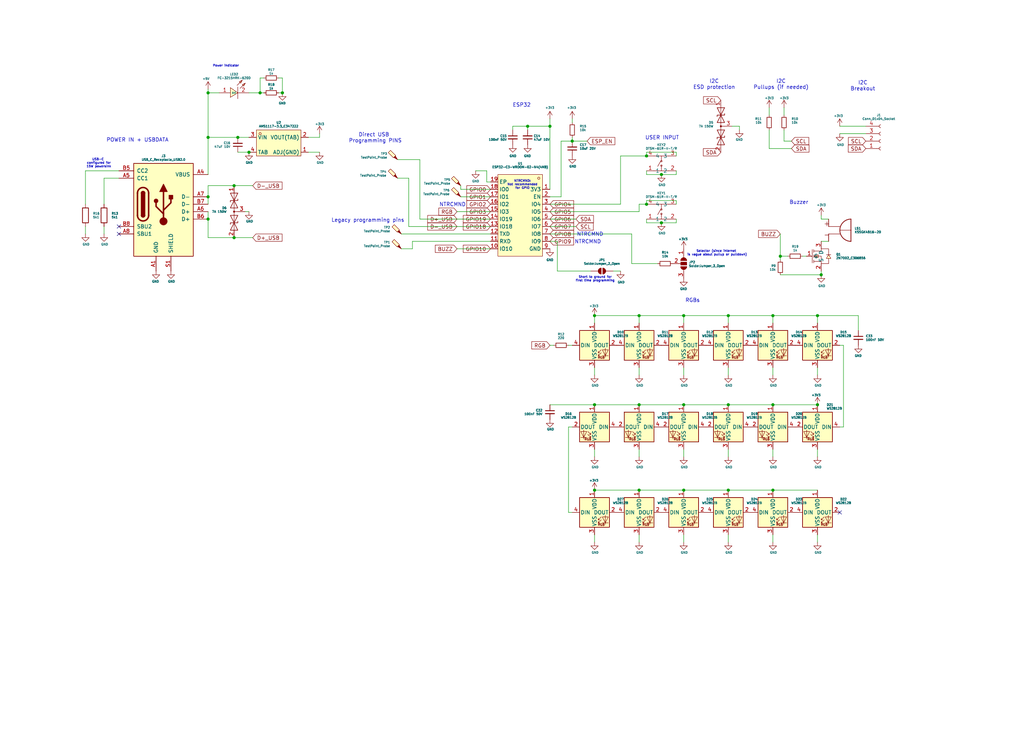
<source format=kicad_sch>
(kicad_sch (version 20250114) (generator "eeschema") (generator_version "9.0")
  (paper "User" 350 250)
  (title_block (title "BirthdayCard") (date "2025-03-31") (rev "V1") (comment 1 "Casper R. Tak"))
  (text "NTRCMND" (at 154.686 70.104 0) (effects (font (size 1.27 1.27))))
  (text "NTRCMND" (at 201.676 80.264 0) (effects (font (size 1.27 1.27))))
  (text "USER INPUT" (at 226.314 47.244 0) (effects (font (size 1.27 1.27))))
  (text "NTRCMND:\nNot recommended\nfor GPIO" (at 178.562 63.246 0) (effects (font (size 0.75 0.75))))
  (text "USB-C \nconfigured for\n15W powersink" (at 33.782 55.88 0) (effects (font (size 0.75 0.75))))
  (text "Power indicator" (at 77.216 22.606 0) (effects (font (size 0.75 0.75))))
  (text "RGBs" (at 236.728 102.87 0) (effects (font (size 1.27 1.27))))
  (text "Direct USB \nProgramming PINS" (at 128.27 47.244 0) (effects (font (size 1.27 1.27))))
  (text "NTRCMND" (at 200.914 82.804 0) (effects (font (size 1.27 1.27))))
  (text "Selector (since internet \nis vague about pullup or pulldown)" (at 245.11 86.614 0) (effects (font (size 0.75 0.75))))
  (text "Short to ground for \nfirst time programming " (at 203.708 95.504 0) (effects (font (size 0.75 0.75))))
  (text "I2C\nPullups (if needed)" (at 266.954 28.956 0) (effects (font (size 1.27 1.27))))
  (text "Legacy programming pins" (at 125.73 75.438 0) (effects (font (size 1.27 1.27))))
  (text "ESP32 " (at 178.816 36.068 0) (effects (font (size 1.27 1.27))))
  (text "I2C\nBreakout" (at 294.894 29.464 0) (effects (font (size 1.27 1.27))))
  (text "Buzzer" (at 273.05 69.342 0) (effects (font (size 1.27 1.27))))
  (text "I2C\nESD protection" (at 244.094 28.956 0) (effects (font (size 1.27 1.27))))
  (text "POWER IN + USBDATA" (at 46.99 48.006 0) (effects (font (size 1.27 1.27))))
  (junction (at 71.12 46.99))
  (junction (at 218.44 167.64))
  (junction (at 220.98 69.85))
  (junction (at 71.12 74.93))
  (junction (at 279.4 107.95))
  (junction (at 71.12 67.31))
  (junction (at 264.16 107.95))
  (junction (at 203.2 107.95))
  (junction (at 218.44 138.43))
  (junction (at 233.68 138.43))
  (junction (at 203.2 167.64))
  (junction (at 80.01 63.5))
  (junction (at 88.9 31.75))
  (junction (at 85.09 52.07))
  (junction (at 80.01 81.28))
  (junction (at 96.52 31.75))
  (junction (at 195.58 48.26))
  (junction (at 187.96 43.18))
  (junction (at 226.06 76.2))
  (junction (at 220.98 53.34))
  (junction (at 248.92 167.64))
  (junction (at 81.28 46.99))
  (junction (at 248.92 138.43))
  (junction (at 266.7 87.63))
  (junction (at 233.68 107.95))
  (junction (at 218.44 107.95))
  (junction (at 264.16 167.64))
  (junction (at 233.68 167.64))
  (junction (at 279.4 138.43))
  (junction (at 226.06 59.69))
  (junction (at 264.16 138.43))
  (junction (at 203.2 138.43))
  (junction (at 280.67 93.98))
  (junction (at 71.12 31.75))
  (junction (at 180.34 43.18))
  (junction (at 248.92 107.95))
  (no_connect (at 287.02 175.26))
  (no_connect (at 40.64 77.47))
  (no_connect (at 40.64 80.01))
  (wire (pts (xy 248.92 107.95) (xy 264.16 107.95)))
  (wire (pts (xy 250.19 43.18) (xy 252.73 43.18)))
  (wire (pts (xy 167.64 74.93) (xy 143.51 74.93)))
  (wire (pts (xy 262.89 39.37) (xy 262.89 36.83)))
  (wire (pts (xy 266.7 88.9) (xy 266.7 87.63)))
  (wire (pts (xy 279.4 167.64) (xy 264.16 167.64)))
  (wire (pts (xy 231.14 53.34) (xy 231.14 52.07)))
  (wire (pts (xy 203.2 138.43) (xy 187.96 138.43)))
  (wire (pts (xy 85.09 31.75) (xy 88.9 31.75)))
  (wire (pts (xy 109.22 52.07) (xy 105.41 52.07)))
  (wire (pts (xy 195.58 146.05) (xy 194.31 146.05)))
  (wire (pts (xy 212.09 53.34) (xy 220.98 53.34)))
  (wire (pts (xy 194.31 146.05) (xy 194.31 175.26)))
  (wire (pts (xy 137.16 85.09) (xy 140.97 85.09)))
  (wire (pts (xy 196.85 77.47) (xy 187.96 77.47)))
  (wire (pts (xy 231.14 69.85) (xy 231.14 68.58)))
  (wire (pts (xy 71.12 63.5) (xy 80.01 63.5)))
  (wire (pts (xy 233.68 167.64) (xy 248.92 167.64)))
  (wire (pts (xy 248.92 125.73) (xy 248.92 128.27)))
  (wire (pts (xy 71.12 46.99) (xy 81.28 46.99)))
  (wire (pts (xy 279.4 125.73) (xy 279.4 128.27)))
  (wire (pts (xy 35.56 77.47) (xy 35.56 80.01)))
  (wire (pts (xy 109.22 46.99) (xy 105.41 46.99)))
  (wire (pts (xy 264.16 153.67) (xy 264.16 156.21)))
  (wire (pts (xy 248.92 138.43) (xy 233.68 138.43)))
  (wire (pts (xy 248.92 167.64) (xy 264.16 167.64)))
  (wire (pts (xy 233.68 125.73) (xy 233.68 128.27)))
  (wire (pts (xy 187.96 82.55) (xy 190.5 82.55)))
  (wire (pts (xy 35.56 60.96) (xy 40.64 60.96)))
  (wire (pts (xy 191.77 48.26) (xy 191.77 67.31)))
  (wire (pts (xy 287.02 43.18) (xy 295.91 43.18)))
  (wire (pts (xy 266.7 80.01) (xy 266.7 87.63)))
  (wire (pts (xy 90.17 26.67) (xy 88.9 26.67)))
  (wire (pts (xy 29.21 58.42) (xy 29.21 69.85)))
  (wire (pts (xy 195.58 48.26) (xy 191.77 48.26)))
  (wire (pts (xy 274.32 87.63) (xy 275.59 87.63)))
  (wire (pts (xy 140.97 82.55) (xy 167.64 82.55)))
  (wire (pts (xy 187.96 43.18) (xy 187.96 64.77)))
  (wire (pts (xy 71.12 72.39) (xy 71.12 74.93)))
  (wire (pts (xy 189.23 118.11) (xy 187.96 118.11)))
  (wire (pts (xy 288.29 146.05) (xy 287.02 146.05)))
  (wire (pts (xy 180.34 43.18) (xy 175.26 43.18)))
  (wire (pts (xy 218.44 69.85) (xy 220.98 69.85)))
  (wire (pts (xy 267.97 48.26) (xy 267.97 44.45)))
  (wire (pts (xy 212.09 92.71) (xy 209.55 92.71)))
  (wire (pts (xy 135.89 60.96) (xy 139.7 60.96)))
  (wire (pts (xy 215.9 90.17) (xy 215.9 80.01)))
  (wire (pts (xy 280.67 93.98) (xy 280.67 92.71)))
  (wire (pts (xy 233.68 153.67) (xy 233.68 156.21)))
  (wire (pts (xy 81.28 46.99) (xy 85.09 46.99)))
  (wire (pts (xy 157.48 67.31) (xy 167.64 67.31)))
  (wire (pts (xy 266.7 87.63) (xy 269.24 87.63)))
  (wire (pts (xy 266.7 93.98) (xy 280.67 93.98)))
  (wire (pts (xy 248.92 153.67) (xy 248.92 156.21)))
  (wire (pts (xy 248.92 107.95) (xy 233.68 107.95)))
  (wire (pts (xy 262.89 44.45) (xy 262.89 50.8)))
  (wire (pts (xy 71.12 63.5) (xy 71.12 67.31)))
  (wire (pts (xy 231.14 52.07) (xy 220.98 52.07)))
  (wire (pts (xy 279.4 107.95) (xy 279.4 110.49)))
  (wire (pts (xy 157.48 63.5) (xy 157.48 64.77)))
  (wire (pts (xy 200.66 48.26) (xy 195.58 48.26)))
  (wire (pts (xy 215.9 80.01) (xy 187.96 80.01)))
  (wire (pts (xy 264.16 107.95) (xy 264.16 110.49)))
  (wire (pts (xy 143.51 54.61) (xy 143.51 74.93)))
  (wire (pts (xy 191.77 67.31) (xy 187.96 67.31)))
  (wire (pts (xy 280.67 82.55) (xy 283.21 82.55)))
  (wire (pts (xy 203.2 182.88) (xy 203.2 185.42)))
  (wire (pts (xy 270.51 50.8) (xy 262.89 50.8)))
  (wire (pts (xy 218.44 167.64) (xy 233.68 167.64)))
  (wire (pts (xy 71.12 67.31) (xy 71.12 69.85)))
  (wire (pts (xy 187.96 72.39) (xy 218.44 72.39)))
  (wire (pts (xy 264.16 138.43) (xy 248.92 138.43)))
  (wire (pts (xy 157.48 64.77) (xy 167.64 64.77)))
  (wire (pts (xy 140.97 85.09) (xy 140.97 82.55)))
  (wire (pts (xy 279.4 107.95) (xy 264.16 107.95)))
  (wire (pts (xy 195.58 40.64) (xy 195.58 41.91)))
  (wire (pts (xy 231.14 68.58) (xy 220.98 68.58)))
  (wire (pts (xy 280.67 74.93) (xy 283.21 74.93)))
  (wire (pts (xy 167.64 72.39) (xy 156.21 72.39)))
  (wire (pts (xy 190.5 82.55) (xy 190.5 92.71)))
  (wire (pts (xy 248.92 182.88) (xy 248.92 185.42)))
  (wire (pts (xy 280.67 73.66) (xy 280.67 74.93)))
  (wire (pts (xy 195.58 118.11) (xy 194.31 118.11)))
  (wire (pts (xy 201.93 92.71) (xy 190.5 92.71)))
  (wire (pts (xy 96.52 26.67) (xy 96.52 31.75)))
  (wire (pts (xy 81.28 52.07) (xy 85.09 52.07)))
  (wire (pts (xy 233.68 182.88) (xy 233.68 185.42)))
  (wire (pts (xy 180.34 43.18) (xy 187.96 43.18)))
  (wire (pts (xy 166.37 58.42) (xy 166.37 62.23)))
  (wire (pts (xy 218.44 107.95) (xy 203.2 107.95)))
  (wire (pts (xy 226.06 59.69) (xy 231.14 59.69)))
  (wire (pts (xy 264.16 125.73) (xy 264.16 128.27)))
  (wire (pts (xy 293.37 107.95) (xy 293.37 113.03)))
  (wire (pts (xy 231.14 76.2) (xy 231.14 74.93)))
  (wire (pts (xy 85.09 72.39) (xy 83.82 72.39)))
  (wire (pts (xy 74.93 31.75) (xy 71.12 31.75)))
  (wire (pts (xy 279.4 107.95) (xy 293.37 107.95)))
  (wire (pts (xy 175.26 43.18) (xy 175.26 44.45)))
  (wire (pts (xy 220.98 68.58) (xy 220.98 69.85)))
  (wire (pts (xy 88.9 31.75) (xy 90.17 31.75)))
  (wire (pts (xy 279.4 153.67) (xy 279.4 156.21)))
  (wire (pts (xy 218.44 69.85) (xy 218.44 72.39)))
  (wire (pts (xy 220.98 53.34) (xy 220.98 52.07)))
  (wire (pts (xy 166.37 58.42) (xy 162.56 58.42)))
  (wire (pts (xy 166.37 62.23) (xy 167.64 62.23)))
  (wire (pts (xy 71.12 81.28) (xy 80.01 81.28)))
  (wire (pts (xy 226.06 76.2) (xy 231.14 76.2)))
  (wire (pts (xy 212.09 69.85) (xy 212.09 53.34)))
  (wire (pts (xy 270.51 48.26) (xy 267.97 48.26)))
  (wire (pts (xy 218.44 153.67) (xy 218.44 156.21)))
  (wire (pts (xy 279.4 182.88) (xy 279.4 185.42)))
  (wire (pts (xy 187.96 40.64) (xy 187.96 43.18)))
  (wire (pts (xy 267.97 39.37) (xy 267.97 36.83)))
  (wire (pts (xy 218.44 138.43) (xy 203.2 138.43)))
  (wire (pts (xy 35.56 60.96) (xy 35.56 69.85)))
  (wire (pts (xy 88.9 26.67) (xy 88.9 31.75)))
  (wire (pts (xy 95.25 26.67) (xy 96.52 26.67)))
  (wire (pts (xy 71.12 74.93) (xy 71.12 81.28)))
  (wire (pts (xy 203.2 125.73) (xy 203.2 128.27)))
  (wire (pts (xy 203.2 167.64) (xy 218.44 167.64)))
  (wire (pts (xy 264.16 182.88) (xy 264.16 185.42)))
  (wire (pts (xy 29.21 58.42) (xy 40.64 58.42)))
  (wire (pts (xy 139.7 60.96) (xy 139.7 77.47)))
  (wire (pts (xy 231.14 59.69) (xy 231.14 58.42)))
  (wire (pts (xy 196.85 74.93) (xy 187.96 74.93)))
  (wire (pts (xy 167.64 80.01) (xy 137.16 80.01)))
  (wire (pts (xy 218.44 182.88) (xy 218.44 185.42)))
  (wire (pts (xy 233.68 107.95) (xy 233.68 110.49)))
  (wire (pts (xy 71.12 31.75) (xy 71.12 46.99)))
  (wire (pts (xy 187.96 69.85) (xy 212.09 69.85)))
  (wire (pts (xy 287.02 118.11) (xy 288.29 118.11)))
  (wire (pts (xy 220.98 76.2) (xy 226.06 76.2)))
  (wire (pts (xy 95.25 31.75) (xy 96.52 31.75)))
  (wire (pts (xy 248.92 107.95) (xy 248.92 110.49)))
  (wire (pts (xy 215.9 90.17) (xy 224.79 90.17)))
  (wire (pts (xy 218.44 107.95) (xy 218.44 110.49)))
  (wire (pts (xy 80.01 81.28) (xy 86.36 81.28)))
  (wire (pts (xy 167.64 85.09) (xy 156.21 85.09)))
  (wire (pts (xy 279.4 138.43) (xy 264.16 138.43)))
  (wire (pts (xy 29.21 77.47) (xy 29.21 80.01)))
  (wire (pts (xy 218.44 125.73) (xy 218.44 128.27)))
  (wire (pts (xy 220.98 58.42) (xy 220.98 59.69)))
  (wire (pts (xy 287.02 45.72) (xy 295.91 45.72)))
  (wire (pts (xy 233.68 138.43) (xy 218.44 138.43)))
  (wire (pts (xy 180.34 44.45) (xy 180.34 43.18)))
  (wire (pts (xy 143.51 54.61) (xy 135.89 54.61)))
  (wire (pts (xy 252.73 43.18) (xy 252.73 44.45)))
  (wire (pts (xy 203.2 107.95) (xy 203.2 110.49)))
  (wire (pts (xy 167.64 77.47) (xy 139.7 77.47)))
  (wire (pts (xy 109.22 45.72) (xy 109.22 46.99)))
  (wire (pts (xy 218.44 107.95) (xy 233.68 107.95)))
  (wire (pts (xy 220.98 59.69) (xy 226.06 59.69)))
  (wire (pts (xy 220.98 74.93) (xy 220.98 76.2)))
  (wire (pts (xy 195.58 175.26) (xy 194.31 175.26)))
  (wire (pts (xy 288.29 118.11) (xy 288.29 146.05)))
  (wire (pts (xy 195.58 46.99) (xy 195.58 48.26)))
  (wire (pts (xy 80.01 63.5) (xy 86.36 63.5)))
  (wire (pts (xy 203.2 153.67) (xy 203.2 156.21)))
  (wire (pts (xy 71.12 30.48) (xy 71.12 31.75)))
  (wire (pts (xy 71.12 46.99) (xy 71.12 59.69)))
  (image (at 417.83 120.65) (scale 2.2929))
  (global_label "SDA" (shape input) (at 196.85 74.93 0) (property "Intersheetrefs" "${INTERSHEET_REFS}" (effects (hide yes))))
  (global_label "SDA" (shape input) (at 295.91 50.8 180) (property "Intersheetrefs" "${INTERSHEET_REFS}" (effects (hide yes))))
  (global_label "BUZZ" (shape input) (at 156.21 85.09 180) (property "Intersheetrefs" "${INTERSHEET_REFS}" (effects (hide yes))))
  (global_label "D+_USB" (shape input) (at 156.21 74.93 180) (property "Intersheetrefs" "${INTERSHEET_REFS}" (effects (hide yes))))
  (global_label "SCL" (shape input) (at 270.51 48.26 0) (property "Intersheetrefs" "${INTERSHEET_REFS}" (effects (hide yes))))
  (global_label "GPIO6" (shape input) (at 187.96 74.93 0) (property "Intersheetrefs" "${INTERSHEET_REFS}" (effects (hide yes))))
  (global_label "SCL" (shape input) (at 246.38 34.29 180) (property "Intersheetrefs" "${INTERSHEET_REFS}" (effects (hide yes))))
  (global_label "D-_USB" (shape input) (at 156.21 77.47 180) (property "Intersheetrefs" "${INTERSHEET_REFS}" (effects (hide yes))))
  (global_label "SCL" (shape input) (at 196.85 77.47 0) (property "Intersheetrefs" "${INTERSHEET_REFS}" (effects (hide yes))))
  (global_label "BUZZ" (shape input) (at 266.7 80.01 180) (property "Intersheetrefs" "${INTERSHEET_REFS}" (effects (hide yes))))
  (global_label "SCL" (shape input) (at 295.91 48.26 180) (property "Intersheetrefs" "${INTERSHEET_REFS}" (effects (hide yes))))
  (global_label "GPIO5" (shape input) (at 187.96 72.39 0) (property "Intersheetrefs" "${INTERSHEET_REFS}" (effects (hide yes))))
  (global_label "GPIO0" (shape input) (at 167.64 64.77 180) (property "Intersheetrefs" "${INTERSHEET_REFS}" (effects (hide yes))))
  (global_label "GPIO9" (shape input) (at 187.96 82.55 0) (property "Intersheetrefs" "${INTERSHEET_REFS}" (effects (hide yes))))
  (global_label "GPIO2" (shape input) (at 167.64 69.85 180) (property "Intersheetrefs" "${INTERSHEET_REFS}" (effects (hide yes))))
  (global_label "GPIO7" (shape input) (at 187.96 77.47 0) (property "Intersheetrefs" "${INTERSHEET_REFS}" (effects (hide yes))))
  (global_label "SDA" (shape input) (at 270.51 50.8 0) (property "Intersheetrefs" "${INTERSHEET_REFS}" (effects (hide yes))))
  (global_label "D-_USB" (shape input) (at 86.36 63.5 0) (property "Intersheetrefs" "${INTERSHEET_REFS}" (effects (hide yes))))
  (global_label "RGB" (shape input) (at 156.21 72.39 180) (property "Intersheetrefs" "${INTERSHEET_REFS}" (effects (hide yes))))
  (global_label "SDA" (shape input) (at 246.38 52.07 180) (property "Intersheetrefs" "${INTERSHEET_REFS}" (effects (hide yes))))
  (global_label "GPIO18" (shape input) (at 167.64 77.47 180) (property "Intersheetrefs" "${INTERSHEET_REFS}" (effects (hide yes))))
  (global_label "GPIO4" (shape input) (at 187.96 69.85 0) (property "Intersheetrefs" "${INTERSHEET_REFS}" (effects (hide yes))))
  (global_label "RGB" (shape input) (at 187.96 118.11 180) (property "Intersheetrefs" "${INTERSHEET_REFS}" (effects (hide yes))))
  (global_label "GPIO10" (shape input) (at 167.64 85.09 180) (property "Intersheetrefs" "${INTERSHEET_REFS}" (effects (hide yes))))
  (global_label "GPIO3" (shape input) (at 167.64 72.39 180) (property "Intersheetrefs" "${INTERSHEET_REFS}" (effects (hide yes))))
  (global_label "GPIO8" (shape input) (at 187.96 80.01 0) (property "Intersheetrefs" "${INTERSHEET_REFS}" (effects (hide yes))))
  (global_label "GPIO1" (shape input) (at 167.64 67.31 180) (property "Intersheetrefs" "${INTERSHEET_REFS}" (effects (hide yes))))
  (global_label "ESP_EN" (shape input) (at 200.66 48.26 0) (property "Intersheetrefs" "${INTERSHEET_REFS}" (effects (hide yes))))
  (global_label "D+_USB" (shape input) (at 86.36 81.28 0) (property "Intersheetrefs" "${INTERSHEET_REFS}" (effects (hide yes))))
  (global_label "GPIO19" (shape input) (at 167.64 74.93 180) (property "Intersheetrefs" "${INTERSHEET_REFS}" (effects (hide yes))))
  (symbol (lib_id "easyeda2kicad:DTSM-61R-V-T_R") (at 226.06 72.39 0) (unit 1)
    (property "Reference" "KEY1" (at 226.06 66.04 0) (effects (font (size 0.75 0.75))))
    (property "Value" "DTSM-61R-V-T/R" (at 226.06 67.31 0) (effects (font (size 0.75 0.75))))
    (property "Footprint" "easyeda2kicad:KEY-SMD_4P-L6.2-W6.2-P4.50-LS9.0" (effects (hide yes)))
    (property "Datasheet" "https://lcsc.com/product-detail/Tactile-Switches_Diptronics-DTSM-61R-V-T-R_C224977.html" (effects (hide yes)))
    (property "LCSC Part" "C224977" (effects (hide yes)))
  )
  (symbol (lib_id "Connector:TestPoint_Probe") (at 157.48 63.5 0) (mirror y) (unit 1)
    (property "Reference" "TP5" (at 153.924 61.468 0) (effects (font (size 0.75 0.75)) (justify left)))
    (property "Value" "TestPoint_Probe" (at 153.924 62.738 0) (effects (font (size 0.75 0.75)) (justify left)))
    (property "Footprint" "TestPoint:TestPoint_Pad_D2.0mm" (effects (hide yes)))
  )
  (symbol (lib_id "LED:WS2812B") (at 203.2 118.11 0) (unit 1)
    (property "Reference" "D10" (at 212.09 113.5948 0) (effects (font (size 0.75 0.75))))
    (property "Value" "WS2812B" (at 212.09 114.8648 0) (effects (font (size 0.75 0.75))))
    (property "Footprint" "easyeda2kicad:LED-SMD_4P-L5.0-W5.0-BL_TC5050RGB" (effects (hide yes)))
    (property "Datasheet" "https://cdn-shop.adafruit.com/datasheets/WS2812B.pdf" (effects (hide yes)))
  )
  (symbol (lib_id "LED:WS2812B") (at 218.44 175.26 0) (unit 1)
    (property "Reference" "D26" (at 227.33 170.7448 0) (effects (font (size 0.75 0.75))))
    (property "Value" "WS2812B" (at 227.33 172.0148 0) (effects (font (size 0.75 0.75))))
    (property "Footprint" "easyeda2kicad:LED-SMD_4P-L5.0-W5.0-BL_TC5050RGB" (effects (hide yes)))
    (property "Datasheet" "https://cdn-shop.adafruit.com/datasheets/WS2812B.pdf" (effects (hide yes)))
  )
  (symbol (lib_id "Device:R_Small") (at 262.89 41.91 0) (mirror y) (unit 1)
    (property "Reference" "R11" (at 260.35 40.6399 0) (effects (font (size 0.75 0.75)) (justify left)))
    (property "Value" "10k" (at 260.35 41.9099 0) (effects (font (size 0.75 0.75)) (justify left)))
    (property "Footprint" "Resistor_SMD:R_1206_3216Metric_Pad1.30x1.75mm_HandSolder" (effects (hide yes)))
  )
  (symbol (lib_id "power:GND") (at 187.96 85.09 0) (unit 1)
    (property "Reference" "#PWR076" (effects (hide yes)))
    (property "Value" "GND" (at 187.96 88.9 0) (effects (font (size 0.75 0.75))))
  )
  (symbol (lib_id "power:GND") (at 58.42 92.71 0) (unit 1)
    (property "Reference" "#PWR0108" (effects (hide yes)))
    (property "Value" "GND" (at 57.404 96.266 0) (effects (font (size 0.75 0.75)) (justify left)))
  )
  (symbol (lib_id "LED:WS2812B") (at 218.44 146.05 0) (mirror y) (unit 1)
    (property "Reference" "D17" (at 227.33 141.5348 0) (effects (font (size 0.75 0.75))))
    (property "Value" "WS2812B" (at 227.33 142.8048 0) (effects (font (size 0.75 0.75))))
    (property "Footprint" "easyeda2kicad:LED-SMD_4P-L5.0-W5.0-BL_TC5050RGB" (effects (hide yes)))
    (property "Datasheet" "https://cdn-shop.adafruit.com/datasheets/WS2812B.pdf" (effects (hide yes)))
  )
  (symbol (lib_id "Connector:TestPoint_Probe") (at 135.89 60.96 0) (mirror y) (unit 1)
    (property "Reference" "TP4" (at 132.08 58.7374 0) (effects (font (size 0.75 0.75)) (justify left)))
    (property "Value" "TestPoint_Probe" (at 132.08 60.0074 0) (effects (font (size 0.75 0.75)) (justify left)))
    (property "Footprint" "TestPoint:TestPoint_Pad_D2.0mm" (effects (hide yes)))
  )
  (symbol (lib_id "power:GND") (at 287.02 45.72 0) (unit 1)
    (property "Reference" "#PWR082" (effects (hide yes)))
    (property "Value" "GND" (at 287.274 49.53 0) (effects (font (size 0.75 0.75))))
  )
  (symbol (lib_id "power:GND") (at 109.22 52.07 0) (mirror y) (unit 1)
    (property "Reference" "#PWR083" (effects (hide yes)))
    (property "Value" "GND" (at 108.204 55.626 0) (effects (font (size 0.75 0.75)) (justify right)))
  )
  (symbol (lib_id "power:GND") (at 180.34 49.53 0) (unit 1)
    (property "Reference" "#PWR080" (effects (hide yes)))
    (property "Value" "GND" (at 179.07 53.34 0) (effects (font (size 0.75 0.75)) (justify left)))
  )
  (symbol (lib_id "Device:R_Small") (at 191.77 118.11 270) (mirror x) (unit 1)
    (property "Reference" "R12" (at 191.77 114.3 90) (effects (font (size 0.75 0.75))))
    (property "Value" "220" (at 191.77 115.57 90) (effects (font (size 0.75 0.75))))
    (property "Footprint" "Resistor_SMD:R_1206_3216Metric_Pad1.30x1.75mm_HandSolder" (effects (hide yes)))
  )
  (symbol (lib_id "power:GND") (at 29.21 80.01 0) (unit 1)
    (property "Reference" "#PWR0104" (effects (hide yes)))
    (property "Value" "GND" (at 28.194 83.566 0) (effects (font (size 0.75 0.75)) (justify left)))
  )
  (symbol (lib_id "Connector:TestPoint_Probe") (at 157.48 67.31 0) (mirror y) (unit 1)
    (property "Reference" "TP6" (at 153.67 65.0874 0) (effects (font (size 0.75 0.75)) (justify left)))
    (property "Value" "TestPoint_Probe" (at 153.67 66.3574 0) (effects (font (size 0.75 0.75)) (justify left)))
    (property "Footprint" "TestPoint:TestPoint_Pad_D2.0mm" (effects (hide yes)))
  )
  (symbol (lib_id "power:GND") (at 279.4 185.42 0) (mirror y) (unit 1)
    (property "Reference" "#PWR060" (effects (hide yes)))
    (property "Value" "GND" (at 278.384 188.976 0) (effects (font (size 0.75 0.75)) (justify right)))
  )
  (symbol (lib_id "LED:WS2812B") (at 203.2 175.26 0) (unit 1)
    (property "Reference" "D27" (at 212.09 170.7448 0) (effects (font (size 0.75 0.75))))
    (property "Value" "WS2812B" (at 212.09 172.0148 0) (effects (font (size 0.75 0.75))))
    (property "Footprint" "easyeda2kicad:LED-SMD_4P-L5.0-W5.0-BL_TC5050RGB" (effects (hide yes)))
    (property "Datasheet" "https://cdn-shop.adafruit.com/datasheets/WS2812B.pdf" (effects (hide yes)))
  )
  (symbol (lib_id "Device:C_Small") (at 81.28 49.53 0) (mirror x) (unit 1)
    (property "Reference" "C16" (at 78.74 48.8885 0) (effects (font (size 0.75 0.75)) (justify right)))
    (property "Value" "47uF 10V" (at 78.74 50.1585 0) (effects (font (size 0.75 0.75)) (justify right)))
    (property "Footprint" "Capacitor_SMD:C_1210_3225Metric_Pad1.33x2.70mm_HandSolder" (effects (hide yes)))
  )
  (symbol (lib_id "power:GND") (at 279.4 156.21 0) (unit 1)
    (property "Reference" "#PWR048" (effects (hide yes)))
    (property "Value" "GND" (at 278.384 159.766 0) (effects (font (size 0.75 0.75)) (justify left)))
  )
  (symbol (lib_id "power:GND") (at 212.09 92.71 0) (unit 1)
    (property "Reference" "#PWR078" (effects (hide yes)))
    (property "Value" "GND" (at 211.074 96.52 0) (effects (font (size 0.75 0.75)) (justify left)))
  )
  (symbol (lib_id "easyeda2kicad:DTSM-61R-V-T_R") (at 226.06 55.88 0) (unit 1)
    (property "Reference" "KEY2" (at 226.06 49.53 0) (effects (font (size 0.75 0.75))))
    (property "Value" "DTSM-61R-V-T/R" (at 226.06 50.8 0) (effects (font (size 0.75 0.75))))
    (property "Footprint" "easyeda2kicad:KEY-SMD_4P-L6.2-W6.2-P4.50-LS9.0" (effects (hide yes)))
    (property "Datasheet" "https://lcsc.com/product-detail/Tactile-Switches_Diptronics-DTSM-61R-V-T-R_C224977.html" (effects (hide yes)))
    (property "LCSC Part" "C224977" (effects (hide yes)))
  )
  (symbol (lib_id "power:GND") (at 218.44 128.27 0) (mirror y) (unit 1)
    (property "Reference" "#PWR046" (effects (hide yes)))
    (property "Value" "GND" (at 217.424 131.826 0) (effects (font (size 0.75 0.75)) (justify right)))
  )
  (symbol (lib_id "power:GND") (at 175.26 49.53 0) (unit 1)
    (property "Reference" "#PWR054" (effects (hide yes)))
    (property "Value" "GND" (at 176.53 53.34 0) (effects (font (size 0.75 0.75)) (justify right)))
  )
  (symbol (lib_id "LED:WS2812B") (at 279.4 175.26 0) (unit 1)
    (property "Reference" "D22" (at 288.29 170.7448 0) (effects (font (size 0.75 0.75))))
    (property "Value" "WS2812B" (at 288.29 172.0148 0) (effects (font (size 0.75 0.75))))
    (property "Footprint" "easyeda2kicad:LED-SMD_4P-L5.0-W5.0-BL_TC5050RGB" (effects (hide yes)))
    (property "Datasheet" "https://cdn-shop.adafruit.com/datasheets/WS2812B.pdf" (effects (hide yes)))
  )
  (symbol (lib_id "Device:C_Small") (at 180.34 46.99 180) (unit 1)
    (property "Reference" "C14" (at 182.372 46.482 0) (effects (font (size 0.75 0.75)) (justify right)))
    (property "Value" "47uF 10V" (at 182.372 47.752 0) (effects (font (size 0.75 0.75)) (justify right)))
    (property "Footprint" "Capacitor_SMD:C_1210_3225Metric_Pad1.33x2.70mm_HandSolder" (effects (hide yes)))
  )
  (symbol (lib_id "Device:C_Small") (at 187.96 140.97 0) (mirror y) (unit 1)
    (property "Reference" "C32" (at 185.42 140.3412 0) (effects (font (size 0.75 0.75)) (justify left)))
    (property "Value" "100nF 50V" (at 185.42 141.6112 0) (effects (font (size 0.75 0.75)) (justify left)))
    (property "Footprint" "Capacitor_SMD:C_1210_3225Metric_Pad1.33x2.70mm_HandSolder" (effects (hide yes)))
  )
  (symbol (lib_id "power:GND") (at 264.16 185.42 0) (mirror y) (unit 1)
    (property "Reference" "#PWR064" (effects (hide yes)))
    (property "Value" "GND" (at 263.144 188.976 0) (effects (font (size 0.75 0.75)) (justify right)))
  )
  (symbol (lib_id "Strata_frontplate_front_BMS_V2.1-rescue:+3.3V-power") (at 195.58 40.64 0) (unit 1)
    (property "Reference" "#PWR073" (effects (hide yes)))
    (property "Value" "+3V3" (at 193.802 36.83 0) (effects (font (size 0.75 0.75)) (justify left)))
  )
  (symbol (lib_id "Device:C_Small") (at 175.26 46.99 0) (mirror y) (unit 1)
    (property "Reference" "C15" (at 173.228 46.482 0) (effects (font (size 0.75 0.75)) (justify left)))
    (property "Value" "100nF 50V" (at 173.228 47.752 0) (effects (font (size 0.75 0.75)) (justify left)))
    (property "Footprint" "Capacitor_SMD:C_1210_3225Metric_Pad1.33x2.70mm_HandSolder" (effects (hide yes)))
  )
  (symbol (lib_id "power:GND") (at 280.67 93.98 0) (unit 1)
    (property "Reference" "#PWR066" (effects (hide yes)))
    (property "Value" "GND" (at 279.654 97.79 0) (effects (font (size 0.75 0.75)) (justify left)))
    (property "Footprint" "Package_SO:SOIC-8_3.9x4.9mm_P1.27mm" (effects (hide yes)))
  )
  (symbol (lib_id "power:GND") (at 233.68 95.25 0) (unit 1)
    (property "Reference" "#PWR087" (effects (hide yes)))
    (property "Value" "GND" (at 232.41 98.806 0) (effects (font (size 0.75 0.75)) (justify left)))
  )
  (symbol (lib_id "Device:R") (at 29.21 73.66 180) (unit 1)
    (property "Reference" "R16" (at 31.75 73.0249 0) (effects (font (size 0.75 0.75)) (justify right)))
    (property "Value" "5k1" (at 31.75 74.2949 0) (effects (font (size 0.75 0.75)) (justify right)))
    (property "Footprint" "Resistor_SMD:R_1206_3216Metric_Pad1.30x1.75mm_HandSolder" (effects (hide yes)))
    (property "Purpose" "Enable power and tell device id" (effects (hide yes)))
  )
  (symbol (lib_id "Titan_frontplate_front_BMS_V1.3-rescue:+3.3V-power") (at 262.89 36.83 0) (mirror y) (unit 1)
    (property "Reference" "#PWR062" (effects (hide yes)))
    (property "Value" "+3V3" (at 261.366 33.528 0) (effects (font (size 0.75 0.75)) (justify right)))
    (property "Footprint" "Package_SO:SOIC-16_3.9x9.9mm_P1.27mm" (effects (hide yes)))
  )
  (symbol (lib_id "power:GND") (at 252.73 44.45 0) (unit 1)
    (property "Reference" "#PWR063" (effects (hide yes)))
    (property "Value" "GND" (at 251.46 47.752 0) (effects (font (size 0.75 0.75)) (justify left)))
    (property "Footprint" "Package_SO:SOIC-8_3.9x4.9mm_P1.27mm" (effects (hide yes)))
  )
  (symbol (lib_id "power:GND") (at 162.56 58.42 0) (unit 1)
    (property "Reference" "#PWR075" (effects (hide yes)))
    (property "Value" "GND" (at 162.56 61.976 0) (effects (font (size 0.75 0.75))))
  )
  (symbol (lib_id "Device:R_Small") (at 267.97 41.91 0) (unit 1)
    (property "Reference" "R10" (at 270.51 40.6399 0) (effects (font (size 0.75 0.75)) (justify left)))
    (property "Value" "10k" (at 270.51 41.9099 0) (effects (font (size 0.75 0.75)) (justify left)))
    (property "Footprint" "Resistor_SMD:R_1206_3216Metric_Pad1.30x1.75mm_HandSolder" (effects (hide yes)))
  )
  (symbol (lib_id "power:GND") (at 85.09 52.07 0) (mirror y) (unit 1)
    (property "Reference" "#PWR084" (effects (hide yes)))
    (property "Value" "GND" (at 86.36 55.626 0) (effects (font (size 0.75 0.75)) (justify left)))
  )
  (symbol (lib_id "Connector:TestPoint_Probe") (at 137.16 80.01 0) (mirror y) (unit 1)
    (property "Reference" "TP2" (at 133.35 77.7874 0) (effects (font (size 0.75 0.75)) (justify left)))
    (property "Value" "TestPoint_Probe" (at 133.35 79.0574 0) (effects (font (size 0.75 0.75)) (justify left)))
    (property "Footprint" "TestPoint:TestPoint_Pad_D2.0mm" (effects (hide yes)))
  )
  (symbol (lib_id "power:GND") (at 203.2 185.42 0) (mirror y) (unit 1)
    (property "Reference" "#PWR070" (effects (hide yes)))
    (property "Value" "GND" (at 202.184 188.976 0) (effects (font (size 0.75 0.75)) (justify right)))
  )
  (symbol (lib_id "Connector:TestPoint_Probe") (at 137.16 85.09 0) (mirror y) (unit 1)
    (property "Reference" "TP1" (at 133.35 82.8674 0) (effects (font (size 0.75 0.75)) (justify left)))
    (property "Value" "TestPoint_Probe" (at 133.35 84.1374 0) (effects (font (size 0.75 0.75)) (justify left)))
    (property "Footprint" "TestPoint:TestPoint_Pad_D2.0mm" (effects (hide yes)))
  )
  (symbol (lib_id "power:GND") (at 279.4 128.27 0) (mirror y) (unit 1)
    (property "Reference" "#PWR052" (effects (hide yes)))
    (property "Value" "GND" (at 278.384 131.826 0) (effects (font (size 0.75 0.75)) (justify right)))
  )
  (symbol (lib_id "Titan_frontplate_front_BMS_V1.3-rescue:+3.3V-power") (at 233.68 85.09 0) (unit 1)
    (property "Reference" "#PWR044" (effects (hide yes)))
    (property "Value" "+3V3" (at 231.902 81.788 0) (effects (font (size 0.75 0.75)) (justify left)))
    (property "Footprint" "Package_SO:SOIC-16_3.9x9.9mm_P1.27mm" (effects (hide yes)))
  )
  (symbol (lib_id "Device:R_Small") (at 227.33 90.17 90) (unit 1)
    (property "Reference" "R14" (at 227.33 86.36 90) (effects (font (size 0.75 0.75))))
    (property "Value" "10k" (at 227.33 87.63 90) (effects (font (size 0.75 0.75))))
    (property "Footprint" "Resistor_SMD:R_1206_3216Metric_Pad1.30x1.75mm_HandSolder" (effects (hide yes)))
  )
  (symbol (lib_id "Device:R_Small") (at 271.78 87.63 90) (unit 1)
    (property "Reference" "R19" (at 271.78 84.328 90) (effects (font (size 0.75 0.75))))
    (property "Value" "1k" (at 271.78 85.598 90) (effects (font (size 0.75 0.75))))
    (property "Footprint" "Resistor_SMD:R_1206_3216Metric_Pad1.30x1.75mm_HandSolder" (effects (hide yes)))
  )
  (symbol (lib_id "Connector:TestPoint_Probe") (at 135.89 54.61 0) (mirror y) (unit 1)
    (property "Reference" "TP3" (at 132.334 52.578 0) (effects (font (size 0.75 0.75)) (justify left)))
    (property "Value" "TestPoint_Probe" (at 132.334 53.848 0) (effects (font (size 0.75 0.75)) (justify left)))
    (property "Footprint" "TestPoint:TestPoint_Pad_D2.0mm" (effects (hide yes)))
  )
  (symbol (lib_id "Titan_frontplate_front_BMS_V1.3-rescue:+3.3V-power") (at 280.67 73.66 0) (unit 1)
    (property "Reference" "#PWR059" (effects (hide yes)))
    (property "Value" "+3V3" (at 279.146 70.104 0) (effects (font (size 0.75 0.75)) (justify left)))
    (property "Footprint" "Package_SO:SOIC-16_3.9x9.9mm_P1.27mm" (effects (hide yes)))
  )
  (symbol (lib_id "Titan_frontplate_front_BMS_V1.3-rescue:+3.3V-power") (at 203.2 167.64 0) (unit 1)
    (property "Reference" "#PWR043" (effects (hide yes)))
    (property "Value" "+3V3" (at 201.422 164.338 0) (effects (font (size 0.75 0.75)) (justify left)))
    (property "Footprint" "Package_SO:SOIC-16_3.9x9.9mm_P1.27mm" (effects (hide yes)))
  )
  (symbol (lib_id "LED:WS2812B") (at 248.92 175.26 0) (unit 1)
    (property "Reference" "D24" (at 257.81 170.7448 0) (effects (font (size 0.75 0.75))))
    (property "Value" "WS2812B" (at 257.81 172.0148 0) (effects (font (size 0.75 0.75))))
    (property "Footprint" "easyeda2kicad:LED-SMD_4P-L5.0-W5.0-BL_TC5050RGB" (effects (hide yes)))
    (property "Datasheet" "https://cdn-shop.adafruit.com/datasheets/WS2812B.pdf" (effects (hide yes)))
  )
  (symbol (lib_id "power:GND") (at 187.96 143.51 0) (unit 1)
    (property "Reference" "#PWR056" (effects (hide yes)))
    (property "Value" "GND" (at 186.944 146.812 0) (effects (font (size 0.75 0.75)) (justify left)))
  )
  (symbol (lib_id "Strata_frontplate_front_BMS_V2.1-rescue:+3.3V-power") (at 109.22 45.72 0) (mirror y) (unit 1)
    (property "Reference" "#PWR085" (effects (hide yes)))
    (property "Value" "+3V3" (at 107.696 42.418 0) (effects (font (size 0.75 0.75)) (justify right)))
  )
  (symbol (lib_id "Connector:USB_C_Receptacle_USB2.0") (at 55.88 69.85 0) (unit 1)
    (property "Reference" "J3" (at 55.88 53.34 0) (effects (font (size 0.75 0.75))))
    (property "Value" "USB_C_Receptacle_USB2.0" (at 55.88 54.61 0) (effects (font (size 0.75 0.75))))
    (property "Footprint" "easyeda2kicad:TYPE-C-SMD_TYPE-C-6P_5" (effects (hide yes)))
    (property "Datasheet" "file:///C:/Users/crtak/AppData/Local/Temp/Temp1_USBC6P-master.zip/USBC6P-master/Datasheets/USCX-06FX-XXMX-01.pdf" (effects (hide yes)))
  )
  (symbol (lib_id "power:GND") (at 203.2 128.27 0) (mirror y) (unit 1)
    (property "Reference" "#PWR045" (effects (hide yes)))
    (property "Value" "GND" (at 202.184 131.826 0) (effects (font (size 0.75 0.75)) (justify right)))
  )
  (symbol (lib_id "power:GND") (at 85.09 72.39 0) (mirror y) (unit 1)
    (property "Reference" "#PWR086" (effects (hide yes)))
    (property "Value" "GND" (at 84.074 75.692 0) (effects (font (size 0.75 0.75)) (justify right)))
  )
  (symbol (lib_id "power:GND") (at 96.52 31.75 0) (mirror y) (unit 1)
    (property "Reference" "#PWR088" (effects (hide yes)))
    (property "Value" "GND" (at 95.25 35.306 0) (effects (font (size 0.75 0.75)) (justify right)))
  )
  (symbol (lib_id "power:GND") (at 35.56 80.01 0) (unit 1)
    (property "Reference" "#PWR0106" (effects (hide yes)))
    (property "Value" "GND" (at 34.544 83.566 0) (effects (font (size 0.75 0.75)) (justify left)))
  )
  (symbol (lib_id "power:GND") (at 248.92 185.42 0) (mirror y) (unit 1)
    (property "Reference" "#PWR067" (effects (hide yes)))
    (property "Value" "GND" (at 247.904 188.976 0) (effects (font (size 0.75 0.75)) (justify right)))
  )
  (symbol (lib_id "power:GND") (at 218.44 156.21 0) (unit 1)
    (property "Reference" "#PWR055" (effects (hide yes)))
    (property "Value" "GND" (at 217.424 159.766 0) (effects (font (size 0.75 0.75)) (justify left)))
  )
  (symbol (lib_id "LED:WS2812B") (at 233.68 175.26 0) (unit 1)
    (property "Reference" "D25" (at 242.57 170.7448 0) (effects (font (size 0.75 0.75))))
    (property "Value" "WS2812B" (at 242.57 172.0148 0) (effects (font (size 0.75 0.75))))
    (property "Footprint" "easyeda2kicad:LED-SMD_4P-L5.0-W5.0-BL_TC5050RGB" (effects (hide yes)))
    (property "Datasheet" "https://cdn-shop.adafruit.com/datasheets/WS2812B.pdf" (effects (hide yes)))
  )
  (symbol (lib_id "easyeda2kicad:AMS1117-3.3_C347222") (at 100.33 49.53 0) (unit 1)
    (property "Reference" "U2" (at 95.25 41.91 0) (effects (font (size 0.75 0.75))))
    (property "Value" "AMS1117-3.3_C347222" (at 95.25 43.18 0) (effects (font (size 0.75 0.75))))
    (property "Footprint" "easyeda2kicad:SOT-223-4_L6.5-W3.5-P2.30-LS7.0-BR" (effects (hide yes)))
    (property "Datasheet" "https://lcsc.com/product-detail/Others_Youtai-Semiconductor-Co-Ltd-AMS1117-3-3_C347222.html" (effects (hide yes)))
  )
  (symbol (lib_id "power:GND") (at 53.34 92.71 0) (unit 1)
    (property "Reference" "#PWR0107" (effects (hide yes)))
    (property "Value" "GND" (at 54.356 96.266 0) (effects (font (size 0.75 0.75)) (justify right)))
  )
  (symbol (lib_id "power:GND") (at 233.68 156.21 0) (unit 1)
    (property "Reference" "#PWR057" (effects (hide yes)))
    (property "Value" "GND" (at 232.664 159.766 0) (effects (font (size 0.75 0.75)) (justify left)))
  )
  (symbol (lib_id "Device:R_Small") (at 92.71 26.67 90) (unit 1)
    (property "Reference" "R17" (at 92.71 23.876 90) (effects (font (size 0.75 0.75))))
    (property "Value" "1k" (at 92.71 25.146 90) (effects (font (size 0.75 0.75))))
    (property "Footprint" "Resistor_SMD:R_1206_3216Metric_Pad1.30x1.75mm_HandSolder" (effects (hide yes)))
  )
  (symbol (lib_id "Titan_frontplate_front_BMS_V1.3-rescue:+3.3V-power") (at 71.12 30.48 0) (mirror y) (unit 1)
    (property "Reference" "#PWR065" (effects (hide yes)))
    (property "Value" "+5V" (at 71.628 26.924 0) (effects (font (size 0.75 0.75)) (justify left)))
    (property "Footprint" "Package_SO:SOIC-16_3.9x9.9mm_P1.27mm" (effects (hide yes)))
  )
  (symbol (lib_id "power:GND") (at 226.06 59.69 0) (unit 1)
    (property "Reference" "#PWR0110" (effects (hide yes)))
    (property "Value" "GND" (at 225.044 63.246 0) (effects (font (size 0.75 0.75)) (justify left)))
  )
  (symbol (lib_id "easyeda2kicad:FC-3215HRK-620D") (at 80.01 31.75 0) (mirror y) (unit 1)
    (property "Reference" "LED2" (at 80.01 25.4 0) (effects (font (size 0.75 0.75))))
    (property "Value" "FC-3215HRK-620D" (at 80.01 26.67 0) (effects (font (size 0.75 0.75))))
    (property "Footprint" "easyeda2kicad:LED1206-R-RD_RED" (effects (hide yes)))
    (property "Datasheet" "https://lcsc.com/product-detail/Light-Emitting-Diodes-LED_Red-LED-SMDLED-65-150mcd_C84270.html" (effects (hide yes)))
  )
  (symbol (lib_id "power:GND") (at 203.2 156.21 0) (unit 1)
    (property "Reference" "#PWR053" (effects (hide yes)))
    (property "Value" "GND" (at 202.184 159.766 0) (effects (font (size 0.75 0.75)) (justify left)))
  )
  (symbol (lib_id "Device:R") (at 35.56 73.66 180) (unit 1)
    (property "Reference" "R13" (at 38.1 73.0249 0) (effects (font (size 0.75 0.75)) (justify right)))
    (property "Value" "5k1" (at 38.1 74.2949 0) (effects (font (size 0.75 0.75)) (justify right)))
    (property "Footprint" "Resistor_SMD:R_1206_3216Metric_Pad1.30x1.75mm_HandSolder" (effects (hide yes)))
    (property "Purpose" "Enable power and tell device id" (effects (hide yes)))
  )
  (symbol (lib_id "LED:WS2812B") (at 233.68 118.11 0) (unit 1)
    (property "Reference" "D12" (at 242.57 113.5948 0) (effects (font (size 0.75 0.75))))
    (property "Value" "WS2812B" (at 242.57 114.8648 0) (effects (font (size 0.75 0.75))))
    (property "Footprint" "easyeda2kicad:LED-SMD_4P-L5.0-W5.0-BL_TC5050RGB" (effects (hide yes)))
    (property "Datasheet" "https://cdn-shop.adafruit.com/datasheets/WS2812B.pdf" (effects (hide yes)))
  )
  (symbol (lib_id "power:GND") (at 195.58 53.34 0) (unit 1)
    (property "Reference" "#PWR074" (effects (hide yes)))
    (property "Value" "GND" (at 194.564 56.896 0) (effects (font (size 0.75 0.75)) (justify left)))
  )
  (symbol (lib_id "Titan_frontplate_front_BMS_V1.3-rescue:+3.3V-power") (at 279.4 138.43 0) (unit 1)
    (property "Reference" "#PWR042" (effects (hide yes)))
    (property "Value" "+3V3" (at 277.368 135.128 0) (effects (font (size 0.75 0.75)) (justify left)))
    (property "Footprint" "Package_SO:SOIC-16_3.9x9.9mm_P1.27mm" (effects (hide yes)))
  )
  (symbol (lib_id "easyeda2kicad:2N7002_C306856") (at 280.67 87.63 0) (unit 1)
    (property "Reference" "Q1" (at 285.75 86.9949 0) (effects (font (size 0.75 0.75)) (justify left)))
    (property "Value" "2N7002_C306856" (at 285.75 88.2649 0) (effects (font (size 0.75 0.75)) (justify left)))
    (property "Footprint" "easyeda2kicad:SOT-23-3_L2.9-W1.3-P1.90-LS2.4-BR" (effects (hide yes)))
    (property "Datasheet" "https://lcsc.com/product-detail/MOSFET_Bourne-Semicon-Shenzhen-2N7002_C306856.html" (effects (hide yes)))
  )
  (symbol (lib_id "LED:WS2812B") (at 218.44 118.11 0) (unit 1)
    (property "Reference" "D11" (at 227.33 113.5948 0) (effects (font (size 0.75 0.75))))
    (property "Value" "WS2812B" (at 227.33 114.8648 0) (effects (font (size 0.75 0.75))))
    (property "Footprint" "easyeda2kicad:LED-SMD_4P-L5.0-W5.0-BL_TC5050RGB" (effects (hide yes)))
    (property "Datasheet" "https://cdn-shop.adafruit.com/datasheets/WS2812B.pdf" (effects (hide yes)))
  )
  (symbol (lib_id "power:GND") (at 233.68 185.42 0) (mirror y) (unit 1)
    (property "Reference" "#PWR068" (effects (hide yes)))
    (property "Value" "GND" (at 232.664 188.976 0) (effects (font (size 0.75 0.75)) (justify right)))
  )
  (symbol (lib_id "Device:R_Small") (at 195.58 44.45 0) (unit 1)
    (property "Reference" "R15" (at 198.12 43.1799 0) (effects (font (size 0.75 0.75)) (justify left)))
    (property "Value" "10k" (at 198.12 44.4499 0) (effects (font (size 0.75 0.75)) (justify left)))
    (property "Footprint" "Resistor_SMD:R_1206_3216Metric_Pad1.30x1.75mm_HandSolder" (effects (hide yes)))
  )
  (symbol (lib_id "Jumper:SolderJumper_2_Open") (at 205.74 92.71 0) (mirror y) (unit 1) (in_bom no)
    (property "Reference" "JP1" (at 205.74 88.9 0) (effects (font (size 0.75 0.75))))
    (property "Value" "SolderJumper_2_Open" (at 205.74 90.17 0) (effects (font (size 0.75 0.75))))
    (property "Footprint" "Jumper:SolderJumper-2_P1.3mm_Open_Pad1.0x1.5mm" (effects (hide yes)))
    (property "Description" "Solder Jumper, 2-pole, open" (effects (hide yes)))
  )
  (symbol (lib_id "Device:C_Small") (at 195.58 50.8 0) (mirror x) (unit 1)
    (property "Reference" "C17" (at 198.12 49.5235 0) (effects (font (size 0.75 0.75)) (justify left)))
    (property "Value" "10uF 25V" (at 198.12 50.7935 0) (effects (font (size 0.75 0.75)) (justify left)))
    (property "Footprint" "Capacitor_SMD:C_1210_3225Metric_Pad1.33x2.70mm_HandSolder" (effects (hide yes)))
  )
  (symbol (lib_id "LED:WS2812B") (at 264.16 118.11 0) (unit 1)
    (property "Reference" "D14" (at 273.05 113.5948 0) (effects (font (size 0.75 0.75))))
    (property "Value" "WS2812B" (at 273.05 114.8648 0) (effects (font (size 0.75 0.75))))
    (property "Footprint" "easyeda2kicad:LED-SMD_4P-L5.0-W5.0-BL_TC5050RGB" (effects (hide yes)))
    (property "Datasheet" "https://cdn-shop.adafruit.com/datasheets/WS2812B.pdf" (effects (hide yes)))
  )
  (symbol (lib_id "power:GND") (at 264.16 128.27 0) (mirror y) (unit 1)
    (property "Reference" "#PWR051" (effects (hide yes)))
    (property "Value" "GND" (at 263.144 131.826 0) (effects (font (size 0.75 0.75)) (justify right)))
  )
  (symbol (lib_id "LED:WS2812B") (at 248.92 118.11 0) (unit 1)
    (property "Reference" "D13" (at 257.81 113.5948 0) (effects (font (size 0.75 0.75))))
    (property "Value" "WS2812B" (at 257.81 114.8648 0) (effects (font (size 0.75 0.75))))
    (property "Footprint" "easyeda2kicad:LED-SMD_4P-L5.0-W5.0-BL_TC5050RGB" (effects (hide yes)))
    (property "Datasheet" "https://cdn-shop.adafruit.com/datasheets/WS2812B.pdf" (effects (hide yes)))
  )
  (symbol (lib_id "easyeda2kicad:ESP32-C3-WROOM-02-N4(4MB)") (at 177.8 73.66 0) (mirror y) (unit 1)
    (property "Reference" "U1" (at 177.8 55.88 0) (effects (font (size 0.75 0.75))))
    (property "Value" "ESP32-C3-WROOM-02-N4(4MB)" (at 177.8 57.15 0) (effects (font (size 0.75 0.75))))
    (property "Footprint" "easyeda2kicad:BULETM-SMD_ESPRESSIF_ESP32-C3-WROOM-02-N4-4MB" (effects (hide yes)))
  )
  (symbol (lib_id "power:GND") (at 233.68 128.27 0) (mirror y) (unit 1)
    (property "Reference" "#PWR049" (effects (hide yes)))
    (property "Value" "GND" (at 232.664 131.826 0) (effects (font (size 0.75 0.75)) (justify right)))
  )
  (symbol (lib_id "power:GND") (at 293.37 118.11 0) (mirror y) (unit 1)
    (property "Reference" "#PWR071" (effects (hide yes)))
    (property "Value" "GND" (at 292.1 121.666 0) (effects (font (size 0.75 0.75)) (justify right)))
  )
  (symbol (lib_id "power:GND") (at 248.92 128.27 0) (mirror y) (unit 1)
    (property "Reference" "#PWR050" (effects (hide yes)))
    (property "Value" "GND" (at 247.904 131.826 0) (effects (font (size 0.75 0.75)) (justify right)))
  )
  (symbol (lib_id "power:GND") (at 248.92 156.21 0) (unit 1)
    (property "Reference" "#PWR058" (effects (hide yes)))
    (property "Value" "GND" (at 247.904 159.766 0) (effects (font (size 0.75 0.75)) (justify left)))
  )
  (symbol (lib_id "Titan_frontplate_front_BMS_V1.3-rescue:+3.3V-power") (at 203.2 107.95 0) (unit 1)
    (property "Reference" "#PWR041" (effects (hide yes)))
    (property "Value" "+3V3" (at 201.422 104.648 0) (effects (font (size 0.75 0.75)) (justify left)))
    (property "Footprint" "Package_SO:SOIC-16_3.9x9.9mm_P1.27mm" (effects (hide yes)))
  )
  (symbol (lib_id "power:GND") (at 218.44 185.42 0) (mirror y) (unit 1)
    (property "Reference" "#PWR069" (effects (hide yes)))
    (property "Value" "GND" (at 217.424 188.976 0) (effects (font (size 0.75 0.75)) (justify right)))
  )
  (symbol (lib_id "LED:WS2812B") (at 279.4 146.05 0) (mirror y) (unit 1)
    (property "Reference" "D21" (at 282.5181 138.43 0) (effects (font (size 0.75 0.75)) (justify right)))
    (property "Value" "WS2812B" (at 282.5181 139.7 0) (effects (font (size 0.75 0.75)) (justify right)))
    (property "Footprint" "easyeda2kicad:LED-SMD_4P-L5.0-W5.0-BL_TC5050RGB" (effects (hide yes)))
    (property "Datasheet" "https://cdn-shop.adafruit.com/datasheets/WS2812B.pdf" (effects (hide yes)))
  )
  (symbol (lib_id "Diode:SM712_SOT23") (at 80.01 72.39 90) (mirror x) (unit 1)
    (property "Reference" "D6" (at 77.47 71.1199 90) (effects (font (size 0.75 0.75)) (justify left)))
    (property "Value" "7A 150W" (at 77.47 72.3899 90) (effects (font (size 0.75 0.75)) (justify left)))
    (property "Footprint" "Package_TO_SOT_SMD:SOT-23_Handsoldering" (effects (hide yes)))
  )
  (symbol (lib_id "Titan_frontplate_front_BMS_V1.3-rescue:+3.3V-power") (at 267.97 36.83 0) (mirror y) (unit 1)
    (property "Reference" "#PWR061" (effects (hide yes)))
    (property "Value" "+3V3" (at 266.446 33.528 0) (effects (font (size 0.75 0.75)) (justify right)))
    (property "Footprint" "Package_SO:SOIC-16_3.9x9.9mm_P1.27mm" (effects (hide yes)))
  )
  (symbol (lib_id "LED:WS2812B") (at 264.16 175.26 0) (unit 1)
    (property "Reference" "D23" (at 273.05 170.7448 0) (effects (font (size 0.75 0.75))))
    (property "Value" "WS2812B" (at 273.05 172.0148 0) (effects (font (size 0.75 0.75))))
    (property "Footprint" "easyeda2kicad:LED-SMD_4P-L5.0-W5.0-BL_TC5050RGB" (effects (hide yes)))
    (property "Datasheet" "https://cdn-shop.adafruit.com/datasheets/WS2812B.pdf" (effects (hide yes)))
  )
  (symbol (lib_id "power:GND") (at 226.06 76.2 0) (unit 1)
    (property "Reference" "#PWR0109" (effects (hide yes)))
    (property "Value" "GND" (at 225.044 79.756 0) (effects (font (size 0.75 0.75)) (justify left)))
  )
  (symbol (lib_id "LED:WS2812B") (at 248.92 146.05 0) (mirror y) (unit 1)
    (property "Reference" "D19" (at 257.81 141.5348 0) (effects (font (size 0.75 0.75))))
    (property "Value" "WS2812B" (at 257.81 142.8048 0) (effects (font (size 0.75 0.75))))
    (property "Footprint" "easyeda2kicad:LED-SMD_4P-L5.0-W5.0-BL_TC5050RGB" (effects (hide yes)))
    (property "Datasheet" "https://cdn-shop.adafruit.com/datasheets/WS2812B.pdf" (effects (hide yes)))
  )
  (symbol (lib_id "LED:WS2812B") (at 264.16 146.05 0) (mirror y) (unit 1)
    (property "Reference" "D20" (at 273.05 141.5348 0) (effects (font (size 0.75 0.75))))
    (property "Value" "WS2812B" (at 273.05 142.8048 0) (effects (font (size 0.75 0.75))))
    (property "Footprint" "easyeda2kicad:LED-SMD_4P-L5.0-W5.0-BL_TC5050RGB" (effects (hide yes)))
    (property "Datasheet" "https://cdn-shop.adafruit.com/datasheets/WS2812B.pdf" (effects (hide yes)))
  )
  (symbol (lib_id "Jumper:SolderJumper_3_Open") (at 233.68 90.17 270) (unit 1) (in_bom no)
    (property "Reference" "JP2" (at 235.458 89.662 90) (effects (font (size 0.75 0.75)) (justify left)))
    (property "Value" "SolderJumper_3_Open" (at 235.458 90.932 90) (effects (font (size 0.75 0.75)) (justify left)))
    (property "Footprint" "Jumper:SolderJumper-3_P1.3mm_Open_RoundedPad1.0x1.5mm" (effects (hide yes)))
    (property "Description" "Solder Jumper, 3-pole, open" (effects (hide yes)))
  )
  (symbol (lib_id "LED:WS2812B") (at 279.4 118.11 0) (unit 1)
    (property "Reference" "D15" (at 288.29 113.5948 0) (effects (font (size 0.75 0.75))))
    (property "Value" "WS2812B" (at 288.29 114.8648 0) (effects (font (size 0.75 0.75))))
    (property "Footprint" "easyeda2kicad:LED-SMD_4P-L5.0-W5.0-BL_TC5050RGB" (effects (hide yes)))
    (property "Datasheet" "https://cdn-shop.adafruit.com/datasheets/WS2812B.pdf" (effects (hide yes)))
  )
  (symbol (lib_id "Diode:SM712_SOT23") (at 246.38 43.18 90) (mirror x) (unit 1)
    (property "Reference" "D5" (at 243.84 41.9099 90) (effects (font (size 0.75 0.75)) (justify left)))
    (property "Value" "7A 150W" (at 243.84 43.1799 90) (effects (font (size 0.75 0.75)) (justify left)))
    (property "Footprint" "Package_TO_SOT_SMD:SOT-23_Handsoldering" (effects (hide yes)))
  )
  (symbol (lib_id "KSSGK4B16-20:KSSGK4B16-20") (at 285.75 80.01 0) (unit 1)
    (property "Reference" "LS1" (at 292.1 78.1049 0) (effects (font (size 0.75 0.75)) (justify left)))
    (property "Value" "KSSGK4B16-20" (at 292.1 79.3749 0) (effects (font (size 0.75 0.75)) (justify left)))
    (property "Footprint" "Library:Buzzer KSSGK4B16-20" (effects (hide yes)))
    (property "STANDARD" "Manufacturer recommendations" (effects (hide yes)))
    (property "MAXIMUM_PACKAGE_HEIGHT" "2.2 mm" (effects (hide yes)))
    (property "MANUFACTURER" "Kingstate" (effects (hide yes)))
    (property "PARTREV" "1.1" (effects (hide yes)))
  )
  (symbol (lib_id "Connector:Conn_01x04_Socket") (at 300.99 48.26 0) (mirror x) (unit 1)
    (property "Reference" "J1" (at 300.355 39.37 0) (effects (font (size 0.75 0.75))))
    (property "Value" "Conn_01x04_Socket" (at 300.355 40.64 0) (effects (font (size 0.75 0.75))))
    (property "Footprint" "Connector_PinSocket_2.54mm:PinSocket_1x04_P2.54mm_Vertical" (effects (hide yes)))
  )
  (symbol (lib_id "Strata_frontplate_front_BMS_V2.1-rescue:+3.3V-power") (at 287.02 43.18 0) (unit 1)
    (property "Reference" "#PWR081" (effects (hide yes)))
    (property "Value" "+3V3" (at 284.988 39.624 0) (effects (font (size 0.75 0.75)) (justify left)))
  )
  (symbol (lib_id "LED:WS2812B") (at 233.68 146.05 0) (mirror y) (unit 1)
    (property "Reference" "D18" (at 242.57 141.5348 0) (effects (font (size 0.75 0.75))))
    (property "Value" "WS2812B" (at 242.57 142.8048 0) (effects (font (size 0.75 0.75))))
    (property "Footprint" "easyeda2kicad:LED-SMD_4P-L5.0-W5.0-BL_TC5050RGB" (effects (hide yes)))
    (property "Datasheet" "https://cdn-shop.adafruit.com/datasheets/WS2812B.pdf" (effects (hide yes)))
  )
  (symbol (lib_id "Device:R_Small") (at 266.7 91.44 0) (mirror x) (unit 1)
    (property "Reference" "R9" (at 265.176 90.932 0) (effects (font (size 0.75 0.75)) (justify right)))
    (property "Value" "10k" (at 265.176 92.202 0) (effects (font (size 0.75 0.75)) (justify right)))
    (property "Footprint" "Resistor_SMD:R_1206_3216Metric_Pad1.30x1.75mm_HandSolder" (effects (hide yes)))
  )
  (symbol (lib_id "Device:R_Small") (at 92.71 31.75 90) (unit 1)
    (property "Reference" "R18" (at 92.71 28.956 90) (effects (font (size 0.75 0.75))))
    (property "Value" "1k" (at 92.71 30.226 90) (effects (font (size 0.75 0.75))))
    (property "Footprint" "Resistor_SMD:R_1206_3216Metric_Pad1.30x1.75mm_HandSolder" (effects (hide yes)))
  )
  (symbol (lib_id "Device:C_Small") (at 293.37 115.57 0) (unit 1)
    (property "Reference" "C33" (at 295.91 114.9412 0) (effects (font (size 0.75 0.75)) (justify left)))
    (property "Value" "100nF 50V" (at 295.91 116.2112 0) (effects (font (size 0.75 0.75)) (justify left)))
    (property "Footprint" "Capacitor_SMD:C_1210_3225Metric_Pad1.33x2.70mm_HandSolder" (effects (hide yes)))
  )
  (symbol (lib_id "power:GND") (at 264.16 156.21 0) (unit 1)
    (property "Reference" "#PWR047" (effects (hide yes)))
    (property "Value" "GND" (at 263.144 159.766 0) (effects (font (size 0.75 0.75)) (justify left)))
  )
  (symbol (lib_id "LED:WS2812B") (at 203.2 146.05 0) (mirror y) (unit 1)
    (property "Reference" "D16" (at 194.31 141.5348 0) (effects (font (size 0.75 0.75))))
    (property "Value" "WS2812B" (at 194.31 142.8048 0) (effects (font (size 0.75 0.75))))
    (property "Footprint" "easyeda2kicad:LED-SMD_4P-L5.0-W5.0-BL_TC5050RGB" (effects (hide yes)))
    (property "Datasheet" "https://cdn-shop.adafruit.com/datasheets/WS2812B.pdf" (effects (hide yes)))
  )
  (symbol (lib_id "Strata_frontplate_front_BMS_V2.1-rescue:+3.3V-power") (at 187.96 40.64 0) (unit 1)
    (property "Reference" "#PWR079" (effects (hide yes)))
    (property "Value" "+3V3" (at 189.484 36.83 0) (effects (font (size 0.75 0.75)) (justify right)))
  )
)
</source>
